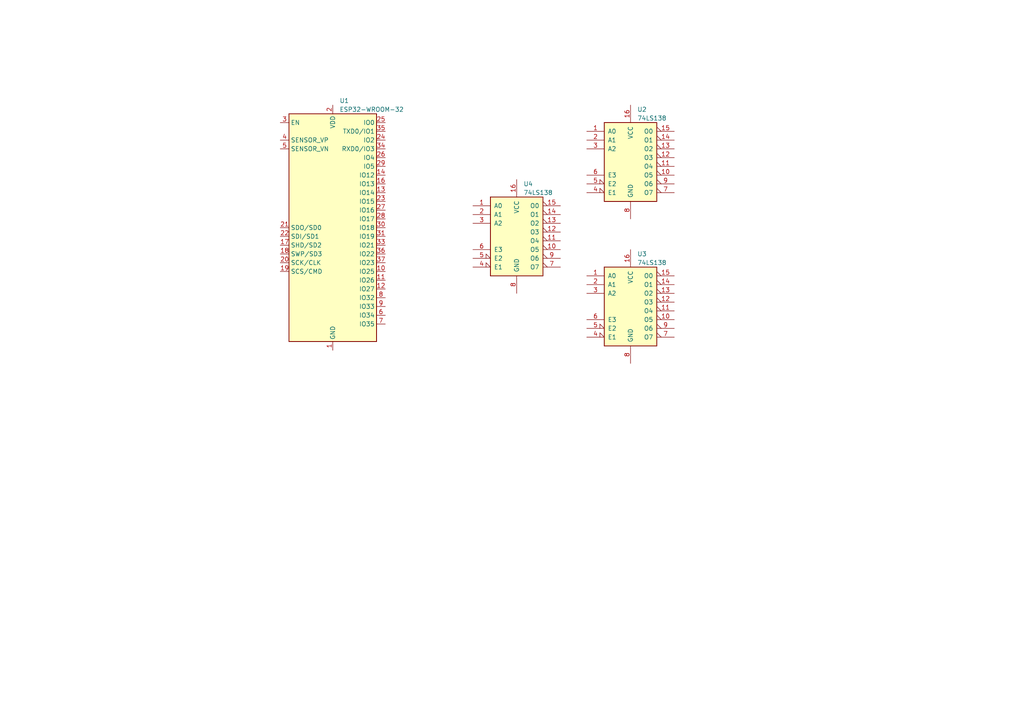
<source format=kicad_sch>
(kicad_sch (version 20230121) (generator eeschema)
  (paper "A4")
  (lib_symbols
    (symbol "74xx:74LS138" (pin_names (offset 1.016))
      (property "Reference" "U" (at -7.62 11.43 0))
      (property "Value" "74LS138" (at -7.62 -13.97 0))
      (symbol "74LS138_1_0"
        (pin input line (at -12.7 7.62 0) (length 5.08) (name "A0") (number "1"))
        (pin output output_low (at 12.7 -5.08 180) (length 5.08) (name "O5") (number "10"))
        (pin output output_low (at 12.7 -2.54 180) (length 5.08) (name "O4") (number "11"))
        (pin output output_low (at 12.7 0 180) (length 5.08) (name "O3") (number "12"))
        (pin output output_low (at 12.7 2.54 180) (length 5.08) (name "O2") (number "13"))
        (pin output output_low (at 12.7 5.08 180) (length 5.08) (name "O1") (number "14"))
        (pin output output_low (at 12.7 7.62 180) (length 5.08) (name "O0") (number "15"))
        (pin power_in line (at 0 15.24 270) (length 5.08) (name "VCC") (number "16"))
        (pin input line (at -12.7 5.08 0) (length 5.08) (name "A1") (number "2"))
        (pin input line (at -12.7 2.54 0) (length 5.08) (name "A2") (number "3"))
        (pin input input_low (at -12.7 -10.16 0) (length 5.08) (name "E1") (number "4"))
        (pin input input_low (at -12.7 -7.62 0) (length 5.08) (name "E2") (number "5"))
        (pin input line (at -12.7 -5.08 0) (length 5.08) (name "E3") (number "6"))
        (pin output output_low (at 12.7 -10.16 180) (length 5.08) (name "O7") (number "7"))
        (pin power_in line (at 0 -17.78 90) (length 5.08) (name "GND") (number "8"))
        (pin output output_low (at 12.7 -7.62 180) (length 5.08) (name "O6") (number "9"))
      )
      (symbol "74LS138_1_1"
        (rectangle (start -7.62 10.16) (end 7.62 -12.7) (stroke (width 0.254)) (fill (type background)))
      )
    )
    (symbol "RF_Module:ESP32-WROOM-32"
      (property "Reference" "U" (at -12.7 34.29 0))
      (property "Value" "ESP32-WROOM-32" (at 1.27 34.29 0))
      (symbol "ESP32-WROOM-32_0_1"
        (rectangle (start -12.7 33.02) (end 12.7 -33.02) (stroke (width 0.254)) (fill (type background)))
      )
      (symbol "ESP32-WROOM-32_1_1"
        (pin power_in line (at 0 -35.56 90) (length 2.54) (name "GND") (number "1"))
        (pin bidirectional line (at 15.24 -12.7 180) (length 2.54) (name "IO25") (number "10"))
        (pin bidirectional line (at 15.24 -15.24 180) (length 2.54) (name "IO26") (number "11"))
        (pin bidirectional line (at 15.24 -17.78 180) (length 2.54) (name "IO27") (number "12"))
        (pin bidirectional line (at 15.24 10.16 180) (length 2.54) (name "IO14") (number "13"))
        (pin bidirectional line (at 15.24 15.24 180) (length 2.54) (name "IO12") (number "14"))
        (pin passive line (at 0 -35.56 90) (length 2.54) hide (name "GND") (number "15"))
        (pin bidirectional line (at 15.24 12.7 180) (length 2.54) (name "IO13") (number "16"))
        (pin bidirectional line (at -15.24 -5.08 0) (length 2.54) (name "SHD/SD2") (number "17"))
        (pin bidirectional line (at -15.24 -7.62 0) (length 2.54) (name "SWP/SD3") (number "18"))
        (pin bidirectional line (at -15.24 -12.7 0) (length 2.54) (name "SCS/CMD") (number "19"))
        (pin power_in line (at 0 35.56 270) (length 2.54) (name "VDD") (number "2"))
        (pin bidirectional line (at -15.24 -10.16 0) (length 2.54) (name "SCK/CLK") (number "20"))
        (pin bidirectional line (at -15.24 0 0) (length 2.54) (name "SDO/SD0") (number "21"))
        (pin bidirectional line (at -15.24 -2.54 0) (length 2.54) (name "SDI/SD1") (number "22"))
        (pin bidirectional line (at 15.24 7.62 180) (length 2.54) (name "IO15") (number "23"))
        (pin bidirectional line (at 15.24 25.4 180) (length 2.54) (name "IO2") (number "24"))
        (pin bidirectional line (at 15.24 30.48 180) (length 2.54) (name "IO0") (number "25"))
        (pin bidirectional line (at 15.24 20.32 180) (length 2.54) (name "IO4") (number "26"))
        (pin bidirectional line (at 15.24 5.08 180) (length 2.54) (name "IO16") (number "27"))
        (pin bidirectional line (at 15.24 2.54 180) (length 2.54) (name "IO17") (number "28"))
        (pin bidirectional line (at 15.24 17.78 180) (length 2.54) (name "IO5") (number "29"))
        (pin input line (at -15.24 30.48 0) (length 2.54) (name "EN") (number "3"))
        (pin bidirectional line (at 15.24 0 180) (length 2.54) (name "IO18") (number "30"))
        (pin bidirectional line (at 15.24 -2.54 180) (length 2.54) (name "IO19") (number "31"))
        (pin no_connect line (at -12.7 -27.94 0) (length 2.54) hide (name "NC") (number "32"))
        (pin bidirectional line (at 15.24 -5.08 180) (length 2.54) (name "IO21") (number "33"))
        (pin bidirectional line (at 15.24 22.86 180) (length 2.54) (name "RXD0/IO3") (number "34"))
        (pin bidirectional line (at 15.24 27.94 180) (length 2.54) (name "TXD0/IO1") (number "35"))
        (pin bidirectional line (at 15.24 -7.62 180) (length 2.54) (name "IO22") (number "36"))
        (pin bidirectional line (at 15.24 -10.16 180) (length 2.54) (name "IO23") (number "37"))
        (pin passive line (at 0 -35.56 90) (length 2.54) hide (name "GND") (number "38"))
        (pin passive line (at 0 -35.56 90) (length 2.54) hide (name "GND") (number "39"))
        (pin input line (at -15.24 25.4 0) (length 2.54) (name "SENSOR_VP") (number "4"))
        (pin input line (at -15.24 22.86 0) (length 2.54) (name "SENSOR_VN") (number "5"))
        (pin input line (at 15.24 -25.4 180) (length 2.54) (name "IO34") (number "6"))
        (pin input line (at 15.24 -27.94 180) (length 2.54) (name "IO35") (number "7"))
        (pin bidirectional line (at 15.24 -20.32 180) (length 2.54) (name "IO32") (number "8"))
        (pin bidirectional line (at 15.24 -22.86 180) (length 2.54) (name "IO33") (number "9"))
      )
    )
  )
  (symbol (lib_id "74xx:74LS138") (at 182.88 87.63 0) (unit 1)
    (property "Reference" "U3" (at 184.8359 73.66 0) (effects (justify left)))
    (property "Value" "74LS138" (at 184.8359 76.2 0) (effects (justify left)))
    (property "Datasheet" "http://www.ti.com/lit/gpn/sn74LS138" (effects hide))
  )
  (symbol (lib_id "74xx:74LS138") (at 182.88 45.72 0) (unit 1)
    (property "Reference" "U2" (at 184.8359 31.75 0) (effects (justify left)))
    (property "Value" "74LS138" (at 184.8359 34.29 0) (effects (justify left)))
    (property "Datasheet" "http://www.ti.com/lit/gpn/sn74LS138" (effects hide))
  )
  (symbol (lib_id "RF_Module:ESP32-WROOM-32") (at 96.52 66.04 0) (unit 1)
    (property "Reference" "U1" (at 98.4759 29.21 0) (effects (justify left)))
    (property "Value" "ESP32-WROOM-32" (at 98.4759 31.75 0) (effects (justify left)))
    (property "Footprint" "RF_Module:ESP32-WROOM-32" (effects hide))
    (property "Datasheet" "https://www.espressif.com/sites/default/files/documentation/esp32-wroom-32_datasheet_en.pdf" (effects hide))
  )
  (symbol (lib_id "74xx:74LS138") (at 149.86 67.31 0) (unit 1)
    (property "Reference" "U4" (at 151.8159 53.34 0) (effects (justify left)))
    (property "Value" "74LS138" (at 151.8159 55.88 0) (effects (justify left)))
    (property "Datasheet" "http://www.ti.com/lit/gpn/sn74LS138" (effects hide))
  )
)
</source>
